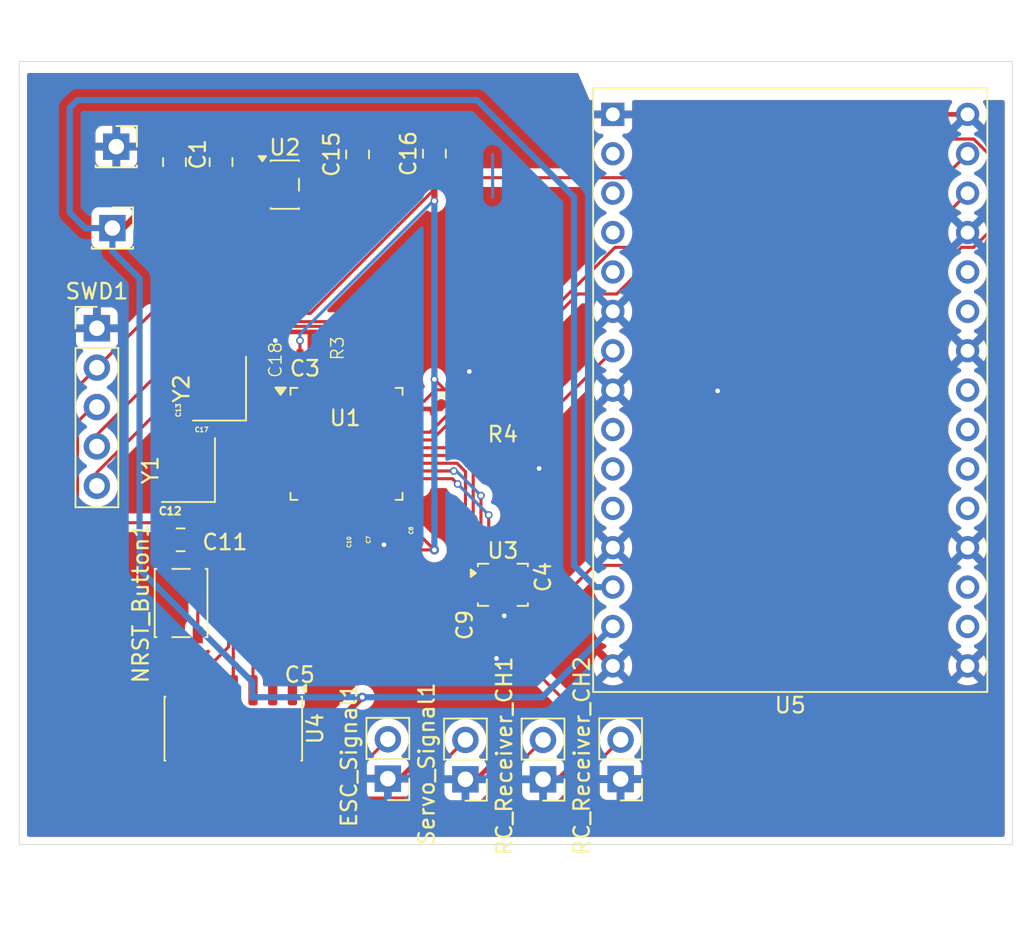
<source format=kicad_pcb>
(kicad_pcb (version 20241229) (generator "pcbnew") (generator_version "9.0")
  (layers (0 "F.Cu" signal) (2 "B.Cu" signal) (13 "F.Paste" user) (15 "B.Paste" user) (5 "F.SilkS" user "F.Silkscreen") (7 "B.SilkS" user "B.Silkscreen") (1 "F.Mask" user) (3 "B.Mask" user) (25 "Edge.Cuts" user))
  (net 0 "")
  (net 1 "GND")
  (net 5 "/5V")
  (net 6 "/3V3")
  (net 7 "/UART_TX_STM")
  (net 12 "Net-(ESC_Signal1-Pin_2)")
  (net 15 "/NRST")
  (net 16 "/SWDIO")
  (net 17 "/SWCLK")
  (net 18 "/BOOT0")
  (net 19 "Net-(U5-RST)")
  (net 20 "/ESP_RST")
  (net 21 "Net-(RC_Receiver_CH1-Pin_2)")
  (net 22 "Net-(RC_Receiver_CH2-Pin_2)")
  (net 23 "Net-(Servo_Signal1-Pin_2)")
  (net 24 "/SPI2_MISO")
  (net 25 "/OSC32_IN")
  (net 26 "/OSC32_OUT")
  (net 27 "/THROTTLE_IN_PWM")
  (net 28 "/STEERING_IN_PWM")
  (net 29 "/SPI2_LSM_CS")
  (net 30 "/OSC_IN")
  (net 32 "/SPI2_SCK")
  (net 35 "/UART_RX_STM")
  (net 36 "/SPI2_MOSI")
  (net 37 "/STEERING_OUT")
  (net 38 "/THROTTLE_OUT")
  (net 39 "/OSC_OUT")
  (footprint "Capacitor_SMD:C_01005_0402Metric" (layer "F.Cu") (at 126.225 68.25 180)
    (property "Reference" "C17")
    (property "Value" "10pF")
  )
  (footprint "Resistor_SMD:R_0201_0603Metric" (layer "F.Cu") (at 144.405 67.5 180)
    (property "Reference" "R4")
    (property "Value" "0")
  )
  (footprint "Capacitor_SMD:C_0805_2012Metric" (layer "F.Cu") (at 123.25 51 90)
    (property "Reference" "C1")
    (property "Value" "1uF")
  )
  (footprint "Button_Switch_SMD:SW_SPST_PTS810" (layer "F.Cu") (at 123.675 79.425 90)
    (property "Reference" "NRST_Button1")
    (property "Value" "NRST")
  )
  (footprint "Capacitor_SMD:C_0201_0603Metric" (layer "F.Cu") (at 131.655 63.25 180)
    (property "Reference" "C3")
    (property "Value" "100nF")
  )
  (footprint "Connector_PinHeader_2.54mm:PinHeader_1x02_P2.54mm_Vertical" (layer "F.Cu") (at 152 90.775 180)
    (property "Reference" "RC_Receiver_CH2")
    (property "Value" "Conn_01x02_Pin" (hide yes))
  )
  (footprint "Capacitor_SMD:C_0805_2012Metric" (layer "F.Cu") (at 135.05 50.5 90)
    (property "Reference" "C15")
    (property "Value" "100nF")
  )
  (footprint "Package_QFP:LQFP-48_7x7mm_P0.5mm" (layer "F.Cu") (at 134.3375 69.1625)
    (property "Reference" "U1")
    (property "Value" "STM32G431CBTxZ")
  )
  (footprint "Capacitor_SMD:C_0201_0603Metric" (layer "F.Cu") (at 147 79.345 90)
    (property "Reference" "C4")
    (property "Value" "100nF")
  )
  (footprint "Package_LGA:LGA-14_3x2.5mm_P0.5mm_LayoutBorder3x4y" (layer "F.Cu") (at 144.4125 78.25)
    (property "Reference" "U3")
    (property "Value" "LSM6DSM")
  )
  (footprint "Capacitor_SMD:C_01005_0402Metric" (layer "F.Cu") (at 124.475 73.5 180)
    (property "Reference" "C12")
    (property "Value" "10pF")
  )
  (footprint "Capacitor_SMD:C_0201_0603Metric" (layer "F.Cu") (at 135.75 75.345 90)
    (property "Reference" "C7")
    (property "Value" "100nF")
  )
  (footprint "Capacitor_SMD:C_0201_0603Metric" (layer "F.Cu") (at 131.32 83 180)
    (property "Reference" "C5")
    (property "Value" "100nF")
  )
  (footprint "RF_Module:ESP32-C3-DevKitM-1" (layer "F.Cu") (at 151.5 47.92)
    (property "Reference" "U5")
    (property "Value" "ESP32-C3-DevKitM-1")
  )
  (footprint "Capacitor_SMD:C_0805_2012Metric" (layer "F.Cu") (at 123.65 75.35 180)
    (property "Reference" "C11")
    (property "Value" "0.1uF")
  )
  (footprint "Package_TO_SOT_SMD:SOT-23-5" (layer "F.Cu") (at 130.3625 52.45)
    (property "Reference" "U2")
    (property "Value" "LP5907MFX-3.3")
  )
  (footprint "Resistor_SMD:R_0201_0603Metric" (layer "F.Cu") (at 133 62.905 90)
    (property "Reference" "R3")
    (property "Value" "0")
  )
  (footprint "Capacitor_SMD:C_01005_0402Metric" (layer "F.Cu") (at 123.5 67.975 90)
    (property "Reference" "C13")
    (property "Value" "10pF")
  )
  (footprint "Capacitor_SMD:C_0201_0603Metric" (layer "F.Cu") (at 134.75 75.5 90)
    (property "Reference" "C10")
    (property "Value" "100nF")
  )
  (footprint "Capacitor_SMD:C_01005_0402Metric" (layer "F.Cu") (at 129.25 64 90)
    (property "Reference" "C18")
    (property "Value" "10pF")
  )
  (footprint "Capacitor_SMD:C_0805_2012Metric" (layer "F.Cu") (at 126.25 51 -90)
    (property "Reference" "C14" (hide yes))
    (property "Value" "100nF")
  )
  (footprint "Connector_PinSocket_2.54mm:PinSocket_1x01_P2.54mm_Vertical" (layer "F.Cu") (at 119.5 50)
    (property "Reference" "PWR_GND1" (hide yes))
    (property "Value" "GND")
  )
  (footprint "Capacitor_SMD:C_0201_0603Metric" (layer "F.Cu") (at 141 66 90)
    (property "Reference" "C2")
    (property "Value" "100nF")
  )
  (footprint "Connector_PinHeader_2.54mm:PinHeader_1x02_P2.54mm_Vertical" (layer "F.Cu") (at 137 90.75 180)
    (property "Reference" "ESC_Signal1")
    (property "Value" "Conn_01x02_Pin" (hide yes))
  )
  (footprint "Capacitor_SMD:C_0201_0603Metric" (layer "F.Cu") (at 143 80.845 90)
    (property "Reference" "C9")
    (property "Value" "100nF")
  )
  (footprint "Connector_PinSocket_2.54mm:PinSocket_1x01_P2.54mm_Vertical" (layer "F.Cu") (at 119.25 55.25)
    (property "Reference" "PWR_IN_5V1" (hide yes))
    (property "Value" "5V")
  )
  (footprint "Package_SO:SOIC-14_3.9x8.7mm_P1.27mm" (layer "F.Cu") (at 127.04 87.525 -90)
    (property "Reference" "U4")
    (property "Value" "TXS0104ED")
  )
  (footprint "Connector_PinHeader_2.54mm:PinHeader_1x02_P2.54mm_Vertical" (layer "F.Cu") (at 142 90.79 180)
    (property "Reference" "Servo_Signal1")
    (property "Value" "Conn_01x02_Pin" (hide yes))
  )
  (footprint "Connector_PinHeader_2.54mm:PinHeader_1x02_P2.54mm_Vertical" (layer "F.Cu") (at 147 90.79 180)
    (property "Reference" "RC_Receiver_CH1")
    (property "Value" "Conn_01x02_Pin" (hide yes))
  )
  (footprint "Capacitor_SMD:C_0805_2012Metric" (layer "F.Cu") (at 140 50.45 90)
    (property "Reference" "C16")
    (property "Value" "5nF")
  )
  (footprint "Capacitor_SMD:C_0201_0603Metric" (layer "F.Cu") (at 138 75 90)
    (property "Reference" "C8")
    (property "Value" "100nF")
  )
  (footprint "Crystal:Crystal_SMD_3225-4Pin_3.2x2.5mm" (layer "F.Cu") (at 124.15 70.85 90)
    (property "Reference" "Y1")
    (property "Value" "16MHz")
  )
  (footprint "Connector_PinHeader_2.54mm:PinHeader_1x05_P2.54mm_Vertical" (layer "F.Cu") (at 118.25 61.71)
    (property "Reference" "SWD1")
    (property "Value" "Conn_01x05_Pin")
  )
  (footprint "Crystal:Crystal_SMD_3225-4Pin_3.2x2.5mm" (layer "F.Cu") (at 126.15 65.6 90)
    (property "Reference" "Y2")
    (property "Value" "32.768 kHz")
  )
  (gr_rect (start 113.25 44.5) (end 177.25 95) (stroke (width 0.05)) (fill no) (layer "Edge.Cuts"))
  (segment (start 143.75 50.5) (end 143.75 53.25) (width 0.2) (layer "B.Cu") (net 0))
  (segment (start 146.335 79.665) (end 147 79.665) (width 0.3) (layer "F.Cu") (net 1))
  (segment (start 123.5 66.75) (end 124 66.75) (width 0.3) (layer "F.Cu") (net 1))
  (segment (start 132.0875 65) (end 132.0875 63.3625) (width 0.3) (layer "F.Cu") (net 1))
  (segment (start 136.5875 73.325) (end 136.5875 75.5025) (width 0.3) (layer "F.Cu") (net 1))
  (segment (start 129.25 63) (end 129.25 63.75) (width 0.3) (layer "F.Cu") (net 1))
  (segment (start 174.36 47.92) (end 172.83 47.92) (width 0.3) (layer "F.Cu") (net 1))
  (segment (start 141.199999 66.32) (end 142.25 65.269999) (width 0.3) (layer "F.Cu") (net 1))
  (segment (start 135 49.5) (end 135.05 49.55) (width 0.5) (layer "F.Cu") (net 1))
  (segment (start 136.75 75.665) (end 137.655 75.665) (width 0.3) (layer "F.Cu") (net 1))
  (segment (start 135.1 49.5) (end 135.05 49.55) (width 0.5) (layer "F.Cu") (net 1))
  (segment (start 153.17 47.92) (end 153.25 48) (width 0.3) (layer "F.Cu") (net 1))
  (segment (start 129.75 62.5) (end 129.25 63) (width 0.3) (layer "F.Cu") (net 1))
  (segment (start 132.0875 63.3625) (end 131.975 63.25) (width 0.3) (layer "F.Cu") (net 1))
  (segment (start 144.4125 79.1625) (end 144.9125 79.1625) (width 0.3) (layer "F.Cu") (net 1))
  (segment (start 125.025 68.25) (end 124.5 67.725) (width 0.3) (layer "F.Cu") (net 1))
  (segment (start 134.5875 74.1625) (end 133.75 75) (width 0.3) (layer "F.Cu") (net 1))
  (segment (start 137 90.75) (end 137.75 90.75) (width 0.3) (layer "F.Cu") (net 1))
  (segment (start 131.975 61.974) (end 132 61.949) (width 0.3) (layer "F.Cu") (net 1))
  (segment (start 144.9125 79.1625) (end 145.75 80) (width 0.3) (layer "F.Cu") (net 1))
  (segment (start 135.595 75.82) (end 135.75 75.665) (width 0.3) (layer "F.Cu") (net 1))
  (segment (start 124.5 67.725) (end 123.5 67.725) (width 0.3) (layer "F.Cu") (net 1))
  (segment (start 135.75 75.665) (end 136.75 75.665) (width 0.3) (layer "F.Cu") (net 1))
  (segment (start 137.655 75.665) (end 138 75.32) (width 0.3) (layer "F.Cu") (net 1))
  (segment (start 147.96 90.79) (end 149.25 89.5) (width 0.3) (layer "F.Cu") (net 1))
  (segment (start 134.75 75.82) (end 135.595 75.82) (width 0.3) (layer "F.Cu") (net 1))
  (segment (start 122 68.75) (end 122 72.75) (width 0.3) (layer "F.Cu") (net 1))
  (segment (start 149.83 47.92) (end 149.75 48) (width 0.3) (layer "F.Cu") (net 1))
  (segment (start 122.75 73.5) (end 124.225 73.5) (width 0.3) (layer "F.Cu") (net 1))
  (segment (start 172.83 47.92) (end 172.5 48.25) (width 0.3) (layer "F.Cu") (net 1))
  (segment (start 134.5875 73.325) (end 134.5875 74.1625) (width 0.3) (layer "F.Cu") (net 1))
  (segment (start 145.75 80) (end 146 80) (width 0.3) (layer "F.Cu") (net 1))
  (segment (start 133 62.585) (end 132.364 61.949) (width 0.3) (layer "F.Cu") (net 1))
  (segment (start 122.6 77.35) (end 122.6 75.45) (width 0.3) (layer "F.Cu") (net 1))
  (segment (start 130.301 61.949) (end 129.75 62.5) (width 0.3) (layer "F.Cu") (net 1))
  (segment (start 142.71 90.79) (end 144.5 89) (width 0.3) (layer "F.Cu") (net 1))
  (segment (start 122.6 75.45) (end 122.7 75.35) (width 0.3) (layer "F.Cu") (net 1))
  (segment (start 123.5 66.75) (end 123.5 64.25) (width 0.3) (layer "F.Cu") (net 1))
  (segment (start 138.5 66.9125) (end 140.4075 66.9125) (width 0.3) (layer "F.Cu") (net 1))
  (segment (start 132.364 61.949) (end 132 61.949) (width 0.3) (layer "F.Cu") (net 1))
  (segment (start 122 68.75) (end 123.025 67.725) (width 0.3) (layer "F.Cu") (net 1))
  (segment (start 146 80) (end 146.335 79.665) (width 0.3) (layer "F.Cu") (net 1))
  (segment (start 125.975 68.25) (end 125.025 68.25) (width 0.3) (layer "F.Cu") (net 1))
  (segment (start 132 61.949) (end 130.301 61.949) (width 0.3) (layer "F.Cu") (net 1))
  (segment (start 122 72.75) (end 122.75 73.5) (width 0.3) (layer "F.Cu") (net 1))
  (segment (start 122.6 77.35) (end 122.6 81.5) (width 0.3) (layer "F.Cu") (net 1))
  (segment (start 122 68.75) (end 121.75 68.75) (width 0.3) (layer "F.Cu") (net 1))
  (segment (start 137.75 90.75) (end 139.25 89.25) (width 0.3) (layer "F.Cu") (net 1))
  (segment (start 147 90.79) (end 147.96 90.79) (width 0.3) (layer "F.Cu") (net 1))
  (segment (start 121.75 68.75) (end 121.5 69) (width 0.3) (layer "F.Cu") (net 1))
  (segment (start 140.4075 66.9125) (end 141 66.32) (width 0.3) (layer "F.Cu") (net 1))
  (segment (start 144.4125 80.1625) (end 144.5 80.25) (width 0.3) (layer "F.Cu") (net 1))
  (segment (start 123.025 67.725) (end 123.5 67.725) (width 0.3) (layer "F.Cu") (net 1))
  (segment (start 143.25 78) (end 142.25 78) (width 0.3) (layer "F.Cu") (net 1))
  (segment (start 141 66.32) (end 141.199999 66.32) (width 0.3) (layer "F.Cu") (net 1))
  (segment (start 151.5 47.92) (end 149.83 47.92) (width 0.3) (layer "F.Cu") (net 1))
  (segment (start 142 90.79) (end 142.71 90.79) (width 0.3) (layer "F.Cu") (net 1))
  (segment (start 144.4125 79.1625) (end 144.4125 80.1625) (width 0.3) (layer "F.Cu") (net 1))
  (segment (start 136.5875 75.5025) (end 136.75 75.665) (width 0.3) (layer "F.Cu") (net 1))
  (segment (start 123.5 64.25) (end 124.75 63) (width 0.3) (layer "F.Cu") (net 1))
  (segment (start 124.75 63) (end 129.25 63) (width 0.3) (layer "F.Cu") (net 1))
  (segment (start 142.25 65.269999) (end 142.25 64.5) (width 0.3) (layer "F.Cu") (net 1))
  (segment (start 131.975 63.25) (end 131.975 61.974) (width 0.3) (layer "F.Cu") (net 1))
  (segment (start 143.25 78.5) (end 142.25 78.5) (width 0.3) (layer "F.Cu") (net 1))
  (segment (start 123.5 67.725) (end 123.5 66.75) (width 0.3) (layer "F.Cu") (net 1))
  (segment (start 151.5 47.92) (end 153.17 47.92) (width 0.3) (layer "F.Cu") (net 1))
  (via (at 158.25 65.75) (size 0.6) (drill 0.3) (layers "F.Cu" "B.Cu") (net 1))
  (via (at 136.75 75.665) (size 0.7) (drill 0.3) (layers "F.Cu" "B.Cu") (net 1))
  (via (at 144 83) (size 0.6) (drill 0.3) (layers "F.Cu" "B.Cu") (net 1))
  (via (at 146.75 70.75) (size 0.6) (drill 0.3) (layers "F.Cu" "B.Cu") (net 1))
  (via (at 144.5 80.25) (size 0.6) (drill 0.3) (layers "F.Cu" "B.Cu") (net 1))
  (via (at 142.25 64.5) (size 0.6) (drill 0.3) (layers "F.Cu" "B.Cu") (net 1))
  (via (at 129.75 62.5) (size 0.6) (drill 0.3) (layers "F.Cu" "B.Cu") (net 1))
  (segment (start 145.7075 80.2075) (end 146 80.5) (width 0.3) (layer "B.Cu") (net 1))
  (segment (start 146 80.5) (end 146.75 80.5) (width 0.3) (layer "B.Cu") (net 1))
  (segment (start 137 90.75) (end 137.25 90.75) (width 0.3) (layer "B.Cu") (net 1))
  (segment (start 137.25 90.75) (end 137.275 90.775) (width 0.3) (layer "B.Cu") (net 1))
  (segment (start 119.25 55.25) (end 119.95 55.25) (width 0.4) (layer "F.Cu") (net 5))
  (segment (start 123.25 51.95) (end 126.25 51.95) (width 0.4) (layer "F.Cu") (net 5))
  (segment (start 127.7 53.4) (end 129.225 53.4) (width 0.4) (layer "F.Cu") (net 5))
  (segment (start 126.7 51.5) (end 129.225 51.5) (width 0.4) (layer "F.Cu") (net 5))
  (segment (start 129.125 51.4) (end 129.225 51.5) (width 0.4) (layer "F.Cu") (net 5))
  (segment (start 119.95 55.25) (end 123.25 51.95) (width 0.4) (layer "F.Cu") (net 5))
  (segment (start 126.25 51.95) (end 126.7 51.5) (width 0.4) (layer "F.Cu") (net 5))
  (segment (start 126.25 51.95) (end 127.7 53.4) (width 0.4) (layer "F.Cu") (net 5))
  (segment (start 135.35 85.5) (end 130.85 90) (width 0.4) (layer "F.Cu") (net 5))
  (via (at 135.35 85.5) (size 0.6) (drill 0.3) (layers "F.Cu" "B.Cu") (net 5))
  (segment (start 117.5 55.25) (end 116.5 54.25) (width 0.4) (layer "B.Cu") (net 5))
  (segment (start 121 58.5) (end 121 77.25) (width 0.4) (layer "B.Cu") (net 5))
  (segment (start 149 77) (end 150.4 78.4) (width 0.4) (layer "B.Cu") (net 5))
  (segment (start 128.25 84.5) (end 128.25 85.5) (width 0.4) (layer "B.Cu") (net 5))
  (segment (start 135.35 85.5) (end 146.94 85.5) (width 0.4) (layer "B.Cu") (net 5))
  (segment (start 146.94 85.5) (end 151.5 80.94) (width 0.4) (layer "B.Cu") (net 5))
  (segment (start 119.25 55.25) (end 119.25 56.75) (width 0.4) (layer "B.Cu") (net 5))
  (segment (start 149 53.25) (end 149 77) (width 0.4) (layer "B.Cu") (net 5))
  (segment (start 116.5 47.5) (end 117 47) (width 0.4) (layer "B.Cu") (net 5))
  (segment (start 117.5 55.25) (end 119.25 55.25) (width 0.4) (layer "B.Cu") (net 5))
  (segment (start 142.75 47) (end 143 47.25) (width 0.4) (layer "B.Cu") (net 5))
  (segment (start 128.25 85.5) (end 135.35 85.5) (width 0.4) (layer "B.Cu") (net 5))
  (segment (start 116.5 54.25) (end 116.5 47.5) (width 0.4) (layer "B.Cu") (net 5))
  (segment (start 143 47.25) (end 149 53.25) (width 0.4) (layer "B.Cu") (net 5))
  (segment (start 121 77.25) (end 128.25 84.5) (width 0.4) (layer "B.Cu") (net 5))
  (segment (start 119.25 56.75) (end 121 58.5) (width 0.4) (layer "B.Cu") (net 5))
  (segment (start 117 47) (end 142.75 47) (width 0.4) (layer "B.Cu") (net 5))
  (segment (start 150.4 78.4) (end 151.5 78.4) (width 0.4) (layer "B.Cu") (net 5))
  (segment (start 138 74.68) (end 138.68 74.68) (width 0.2) (layer "F.Cu") (net 6))
  (segment (start 134.240775 79.740775) (end 137.98155 76) (width 0.2) (layer "F.Cu") (net 6))
  (segment (start 140 51.4) (end 140 52.5) (width 0.4) (layer "F.Cu") (net 6))
  (segment (start 132 60.75) (end 140 52.75) (width 0.2) (layer "F.Cu") (net 6))
  (segment (start 131.55 51.45) (end 131.5 51.5) (width 0.2) (layer "F.Cu") (net 6))
  (segment (start 173.966082 56.491) (end 174.753918 56.491) (width 0.2) (layer "F.Cu") (net 6))
  (segment (start 138.5 66.4125) (end 139.3375 66.4125) (width 0.2) (layer "F.Cu") (net 6))
  (segment (start 174.753918 49.509) (end 172.491 49.509) (width 0.2) (layer "F.Cu") (net 6))
  (segment (start 148.275 79.025) (end 150.3 77) (width 0.2) (layer "F.Cu") (net 6))
  (segment (start 130.85 83.15) (end 131 83) (width 0.2) (layer "F.Cu") (net 6))
  (segment (start 138 74.68) (end 137.43 74.68) (width 0.2) (layer "F.Cu") (net 6))
  (segment (start 134.905 75.025) (end 134.75 75.18) (width 0.2) (layer "F.Cu") (net 6))
  (segment (start 133.75 76) (end 134.240775 76.490775) (width 0.2) (layer "F.Cu") (net 6))
  (segment (start 134.240775 76.490775) (end 134.240775 79.740775) (width 0.2) (layer "F.Cu") (net 6))
  (segment (start 141 65.68) (end 140.68 65.68) (width 0.2) (layer "F.Cu") (net 6))
  (segment (start 143 80.075) (end 143 80.525) (width 0.2) (layer "F.Cu") (net 6))
  (segment (start 130.85 85.05) (end 130.85 83.15) (width 0.2) (layer "F.Cu") (net 6))
  (segment (start 143.199999 80.525) (end 143 80.525) (width 0.2) (layer "F.Cu") (net 6))
  (segment (start 135.05 51.45) (end 131.55 51.45) (width 0.4) (layer "F.Cu") (net 6))
  (segment (start 150.3 77) (end 153.457082 77) (width 0.2) (layer "F.Cu") (net 6))
  (segment (start 154.75 87.25) (end 153.25 85.75) (width 0.2) (layer "F.Cu") (net 6))
  (segment (start 143 80.525) (end 142.775 80.525) (width 0.2) (layer "F.Cu") (net 6))
  (segment (start 137.0875 74.3375) (end 137.0875 73.325) (width 0.2) (layer "F.Cu") (net 6))
  (segment (start 153.25 85.75) (end 148.424999 85.75) (width 0.2) (layer "F.Cu") (net 6))
  (segment (start 131 83) (end 131 82.98155) (width 0.2) (layer "F.Cu") (net 6))
  (segment (start 118.25 64.25) (end 121.75 60.75) (width 0.2) (layer "F.Cu") (net 6))
  (segment (start 135.75 75.025) (end 134.905 75.025) (width 0.2) (layer "F.Cu") (net 6))
  (segment (start 131.335 63) (end 131.335 62.5) (width 0.2) (layer "F.Cu") (net 6))
  (segment (start 135.1 51.4) (end 135.05 51.45) (width 0.2) (layer "F.Cu") (net 6))
  (segment (start 175.75 50.505082) (end 174.753918 49.509) (width 0.2) (layer "F.Cu") (net 6))
  (segment (start 140 52.5) (end 140 52.75) (width 0.4) (layer "F.Cu") (net 6))
  (segment (start 116.699 87.949) (end 121.852 93.102) (width 0.2) (layer "F.Cu") (net 6))
  (segment (start 140.07 65.68) (end 141 65.68) (width 0.2) (layer "F.Cu") (net 6))
  (segment (start 140 52.75) (end 140 53.5) (width 0.4) (layer "F.Cu") (net 6))
  (segment (start 172.491 49.509) (end 170 52) (width 0.2) (layer "F.Cu") (net 6))
  (segment (start 140 51.4) (end 135.1 51.4) (width 0.4) (layer "F.Cu") (net 6))
  (segment (start 135.5875 74.8625) (end 135.75 75.025) (width 0.2) (layer "F.Cu") (net 6))
  (segment (start 134.57 75.18) (end 133.75 76) (width 0.2) (layer "F.Cu") (net 6))
  (segment (start 148.424999 85.75) (end 143.199999 80.525) (width 0.2) (layer "F.Cu") (net 6))
  (segment (start 131.5875 63.5875) (end 131.335 63.335) (width 0.2) (layer "F.Cu") (net 6))
  (segment (start 121.852 93.102) (end 153.648 93.102) (width 0.2) (layer "F.Cu") (net 6))
  (segment (start 175.75 55.494918) (end 175.75 50.505082) (width 0.2) (layer "F.Cu") (net 6))
  (segment (start 140.6 52) (end 140 51.4) (width 0.2) (layer "F.Cu") (net 6))
  (segment (start 153.457082 77) (end 173.966082 56.491) (width 0.2) (layer "F.Cu") (net 6))
  (segment (start 134.75 75.18) (end 134.57 75.18) (width 0.2) (layer "F.Cu") (net 6))
  (segment (start 174.753918 56.491) (end 175.75 55.494918) (width 0.2) (layer "F.Cu") (net 6))
  (segment (start 118.25 64.25) (end 116.699 65.801) (width 0.2) (layer "F.Cu") (net 6))
  (segment (start 137.43 74.68) (end 137.0875 74.3375) (width 0.2) (layer "F.Cu") (net 6))
  (segment (start 135.5875 73.325) (end 135.5875 74.8625) (width 0.2) (layer "F.Cu") (net 6))
  (segment (start 137.98155 76) (end 140 76) (width 0.2) (layer "F.Cu") (net 6))
  (segment (start 143.9125 79.1625) (end 143 80.075) (width 0.2) (layer "F.Cu") (net 6))
  (segment (start 116.699 65.801) (end 116.699 87.949) (width 0.2) (layer "F.Cu") (net 6))
  (segment (start 170 52) (end 140.6 52) (width 0.2) (layer "F.Cu") (net 6))
  (segment (start 147 79.025) (end 148.275 79.025) (width 0.2) (layer "F.Cu") (net 6))
  (segment (start 131.5875 65) (end 131.5875 63.5875) (width 0.2) (layer "F.Cu") (net 6))
  (segment (start 145.575 79) (end 146.975 79) (width 0.2) (layer "F.Cu") (net 6))
  (segment (start 140.68 65.68) (end 140 65) (width 0.2) (layer "F.Cu") (net 6))
  (segment (start 146.975 79) (end 147 79.025) (width 0.2) (layer "F.Cu") (net 6))
  (segment (start 138.68 74.68) (end 140 76) (width 0.2) (layer "F.Cu") (net 6))
  (segment (start 154.75 92) (end 154.75 87.25) (width 0.2) (layer "F.Cu") (net 6))
  (segment (start 131.335 63.335) (end 131.335 63) (width 0.2) (layer "F.Cu") (net 6))
  (segment (start 153.648 93.102) (end 154.75 92) (width 0.2) (layer "F.Cu") (net 6))
  (segment (start 135.0875 73.325) (end 135.0875 74.8425) (width 0.2) (layer "F.Cu") (net 6))
  (segment (start 135 51.5) (end 135.05 51.45) (width 0.2) (layer "F.Cu") (net 6))
  (segment (start 121.75 60.75) (end 132 60.75) (width 0.2) (layer "F.Cu") (net 6))
  (segment (start 135.0875 74.8425) (end 134.75 75.18) (width 0.2) (layer "F.Cu") (net 6))
  (segment (start 139.3375 66.4125) (end 140.07 65.68) (width 0.2) (layer "F.Cu") (net 6))
  (segment (start 131 82.98155) (end 134.240775 79.740775) (width 0.2) (layer "F.Cu") (net 6))
  (via (at 140 65) (size 0.5) (drill 0.3) (layers "F.Cu" "B.Cu") (net 6))
  (via (at 131.335 62.5) (size 0.5) (drill 0.3) (layers "F.Cu" "B.Cu") (net 6))
  (via (at 140 76) (size 0.6) (drill 0.3) (layers "F.Cu" "B.Cu") (net 6))
  (via (at 140 53.5) (size 0.5) (drill 0.3) (layers "F.Cu" "B.Cu") (net 6))
  (segment (start 131.335 62.085) (end 139.92 53.5) (width 0.2) (layer "B.Cu") (net 6))
  (segment (start 140 53.5) (end 140 65) (width 0.4) (layer "B.Cu") (net 6))
  (segment (start 131.335 62.5) (end 131.335 62.085) (width 0.2) (layer "B.Cu") (net 6))
  (segment (start 140 65) (end 140 76) (width 0.4) (layer "B.Cu") (net 6))
  (segment (start 139.92 53.5) (end 140 53.5) (width 0.2) (layer "B.Cu") (net 6))
  (segment (start 151.75 59.5) (end 154.25 57) (width 0.2) (layer "F.Cu") (net 7))
  (segment (start 149.25 59.5) (end 151.75 59.5) (width 0.2) (layer "F.Cu") (net 7))
  (segment (start 170.36 57) (end 174.36 53) (width 0.2) (layer "F.Cu") (net 7))
  (segment (start 154.25 57) (end 170.36 57) (width 0.2) (layer "F.Cu") (net 7))
  (segment (start 139.8375 68.9125) (end 149.25 59.5) (width 0.2) (layer "F.Cu") (net 7))
  (segment (start 138.5 68.9125) (end 139.8375 68.9125) (width 0.2) (layer "F.Cu") (net 7))
  (segment (start 133.71 91.5) (end 137 88.21) (width 0.2) (layer "F.Cu") (net 12))
  (segment (start 130.105001 91.5) (end 133.71 91.5) (width 0.2) (layer "F.Cu") (net 12))
  (segment (start 129.58 90) (end 129.58 90.974999) (width 0.2) (layer "F.Cu") (net 12))
  (segment (start 129.58 90.974999) (end 130.105001 91.5) (width 0.2) (layer "F.Cu") (net 12))
  (segment (start 130.175 69.4125) (end 128.0875 69.4125) (width 0.2) (layer "F.Cu") (net 15))
  (segment (start 117 67.75) (end 117 73.25) (width 0.2) (layer "F.Cu") (net 15))
  (segment (start 126.25 75) (end 125.9 75.35) (width 0.2) (layer "F.Cu") (net 15))
  (segment (start 126.25 71.25) (end 126.25 75) (width 0.2) (layer "F.Cu") (net 15))
  (segment (start 117 73.25) (end 118 74.25) (width 0.2) (layer "F.Cu") (net 15))
  (segment (start 117.96 66.79) (end 117 67.75) (width 0.2) (layer "F.Cu") (net 15))
  (segment (start 125.15 77.35) (end 124.75 77.35) (width 0.2) (layer "F.Cu") (net 15))
  (segment (start 126.25 75) (end 126.25 76.25) (width 0.2) (layer "F.Cu") (net 15))
  (segment (start 118.25 66.79) (end 117.96 66.79) (width 0.2) (layer "F.Cu") (net 15))
  (segment (start 124.75 77.35) (end 124.75 81.5) (width 0.2) (layer "F.Cu") (net 15))
  (segment (start 126.25 76.25) (end 125.15 77.35) (width 0.2) (layer "F.Cu") (net 15))
  (segment (start 125.9 75.35) (end 124.6 75.35) (width 0.2) (layer "F.Cu") (net 15))
  (segment (start 128.0875 69.4125) (end 126.25 71.25) (width 0.2) (layer "F.Cu") (net 15))
  (segment (start 123.5 74.25) (end 124.6 75.35) (width 0.2) (layer "F.Cu") (net 15))
  (segment (start 118 74.25) (end 123.5 74.25) (width 0.2) (layer "F.Cu") (net 15))
  (segment (start 125.544934 61.283) (end 134.107999 61.283) (width 0.2) (layer "F.Cu") (net 16))
  (segment (start 134.107999 61.283) (end 137.0875 64.262501) (width 0.2) (layer "F.Cu") (net 16))
  (segment (start 137.0875 64.262501) (end 137.0875 65) (width 0.2) (layer "F.Cu") (net 16))
  (segment (start 118.25 68.577934) (end 125.544934 61.283) (width 0.2) (layer "F.Cu") (net 16))
  (segment (start 118.25 69.33) (end 118.25 68.577934) (width 0.2) (layer "F.Cu") (net 16))
  (segment (start 136.5875 65) (end 136.5875 64.262501) (width 0.2) (layer "F.Cu") (net 17))
  (segment (start 123.149 64.104612) (end 123.149 66.104611) (width 0.2) (layer "F.Cu") (net 17))
  (segment (start 125.669612 61.584) (end 123.149 64.104612) (width 0.2) (layer "F.Cu") (net 17))
  (segment (start 136.5875 64.262501) (end 133.908999 61.584) (width 0.2) (layer "F.Cu") (net 17))
  (segment (start 133.908999 61.584) (end 125.669612 61.584) (width 0.2) (layer "F.Cu") (net 17))
  (segment (start 123.149 66.104611) (end 118.25 71.003611) (width 0.2) (layer "F.Cu") (net 17))
  (segment (start 118.25 71.003611) (end 118.25 71.87) (width 0.2) (layer "F.Cu") (net 17))
  (segment (start 133.0875 63.3125) (end 133 63.225) (width 0.2) (layer "F.Cu") (net 18))
  (segment (start 133.0875 65) (end 133.0875 63.3125) (width 0.2) (layer "F.Cu") (net 18))
  (segment (start 144.725 67.5) (end 147.16 67.5) (width 0.2) (layer "F.Cu") (net 19))
  (segment (start 147.16 67.5) (end 151.5 63.16) (width 0.2) (layer "F.Cu") (net 19))
  (segment (start 142.1725 69.4125) (end 138.5 69.4125) (width 0.2) (layer "F.Cu") (net 20))
  (segment (start 144.085 67.5) (end 142.1725 69.4125) (width 0.2) (layer "F.Cu") (net 20))
  (segment (start 128.565001 92.5) (end 142.75 92.5) (width 0.2) (layer "F.Cu") (net 21))
  (segment (start 127.04 90) (end 127.04 90.974999) (width 0.2) (layer "F.Cu") (net 21))
  (segment (start 127.04 90.974999) (end 128.565001 92.5) (width 0.2) (layer "F.Cu") (net 21))
  (segment (start 142.75 92.5) (end 147 88.25) (width 0.2) (layer "F.Cu") (net 21))
  (segment (start 125.77 90.974999) (end 127.522501 92.727499) (width 0.2) (layer "F.Cu") (net 22))
  (segment (start 127.522501 92.727499) (end 127.596002 92.801) (width 0.2) (layer "F.Cu") (net 22))
  (segment (start 127.596002 92.801) (end 147.434 92.801) (width 0.2) (layer "F.Cu") (net 22))
  (segment (start 127.522501 92.727499) (end 127.596001 92.801) (width 0.2) (layer "F.Cu") (net 22))
  (segment (start 147.434 92.801) (end 152 88.235) (width 0.2) (layer "F.Cu") (net 22))
  (segment (start 125.77 90) (end 125.77 90.974999) (width 0.2) (layer "F.Cu") (net 22))
  (segment (start 138.25 92) (end 142 88.25) (width 0.2) (layer "F.Cu") (net 23))
  (segment (start 128.31 90.974999) (end 129.335001 92) (width 0.2) (layer "F.Cu") (net 23))
  (segment (start 128.31 90) (end 128.31 90.974999) (width 0.2) (layer "F.Cu") (net 23))
  (segment (start 129.335001 92) (end 138.25 92) (width 0.2) (layer "F.Cu") (net 23))
  (segment (start 141.458521 70.4125) (end 142 70.953979) (width 0.2) (layer "F.Cu") (net 24))
  (segment (start 142 70.953979) (end 142 76.25) (width 0.2) (layer "F.Cu") (net 24))
  (segment (start 138.5 70.4125) (end 141.458521 70.4125) (width 0.2) (layer "F.Cu") (net 24))
  (segment (start 142 76.25) (end 143.25 77.5) (width 0.2) (layer "F.Cu") (net 24))
  (segment (start 129.437501 67.4125) (end 130.175 67.4125) (width 0.2) (layer "F.Cu") (net 25))
  (segment (start 128.25 65.707598) (end 128.25 66.224999) (width 0.2) (layer "F.Cu") (net 25))
  (segment (start 128.75 64.5) (end 127 64.5) (width 0.2) (layer "F.Cu") (net 25))
  (segment (start 129.25 64.25) (end 129 64.25) (width 0.2) (layer "F.Cu") (net 25))
  (segment (start 127.042402 64.5) (end 128.25 65.707598) (width 0.2) (layer "F.Cu") (net 25))
  (segment (start 127 64.5) (end 127.042402 64.5) (width 0.2) (layer "F.Cu") (net 25))
  (segment (start 128.25 66.224999) (end 129.437501 67.4125) (width 0.2) (layer "F.Cu") (net 25))
  (segment (start 129 64.25) (end 128.75 64.5) (width 0.2) (layer "F.Cu") (net 25))
  (segment (start 126.475 67.225) (end 127 66.7) (width 0.2) (layer "F.Cu") (net 26))
  (segment (start 127 66.7) (end 128.2125 67.9125) (width 0.2) (layer "F.Cu") (net 26))
  (segment (start 126.475 68.25) (end 126.475 67.225) (width 0.2) (layer "F.Cu") (net 26))
  (segment (start 128.2125 67.9125) (end 130.175 67.9125) (width 0.2) (layer "F.Cu") (net 26))
  (segment (start 128.045098 70.4125) (end 127.04 71.417598) (width 0.2) (layer "F.Cu") (net 27))
  (segment (start 130.175 70.4125) (end 128.045098 70.4125) (width 0.2) (layer "F.Cu") (net 27))
  (segment (start 127.04 71.417598) (end 127.04 85.05) (width 0.2) (layer "F.Cu") (net 27))
  (segment (start 126.739 71.29292) (end 126.739 82.25) (width 0.2) (layer "F.Cu") (net 28))
  (segment (start 126.739 82.25) (end 125.77 83.219) (width 0.2) (layer "F.Cu") (net 28))
  (segment (start 128.11942 69.9125) (end 126.739 71.29292) (width 0.2) (layer "F.Cu") (net 28))
  (segment (start 130.175 69.9125) (end 128.11942 69.9125) (width 0.2) (layer "F.Cu") (net 28))
  (segment (start 125.77 83.219) (end 125.77 85.05) (width 0.2) (layer "F.Cu") (net 28))
  (segment (start 141.5 71.75) (end 141.1625 71.4125) (width 0.2) (layer "F.Cu") (net 29))
  (segment (start 141.1625 71.4125) (end 138.5 71.4125) (width 0.2) (layer "F.Cu") (net 29))
  (segment (start 144.9125 76.1625) (end 144.9125 77.3375) (width 0.2) (layer "F.Cu") (net 29))
  (segment (start 143.5 73.75) (end 143.5 74.75) (width 0.2) (layer "F.Cu") (net 29))
  (segment (start 143.5 74.75) (end 144.9125 76.1625) (width 0.2) (layer "F.Cu") (net 29))
  (via (at 143.5 73.75) (size 0.5) (drill 0.3) (layers "F.Cu" "B.Cu") (net 29))
  (via (at 141.5 71.75) (size 0.5) (drill 0.3) (layers "F.Cu" "B.Cu") (net 29))
  (segment (start 141.5 71.75) (end 143.5 73.75) (width 0.2) (layer "B.Cu") (net 29))
  (segment (start 123.5 68.225) (end 123.5 68.25) (width 0.2) (layer "F.Cu") (net 30))
  (segment (start 126.5 69.75) (end 127.8375 68.4125) (width 0.2) (layer "F.Cu") (net 30))
  (segment (start 123.5 68.25) (end 125 69.75) (width 0.2) (layer "F.Cu") (net 30))
  (segment (start 127.8375 68.4125) (end 130.175 68.4125) (width 0.2) (layer "F.Cu") (net 30))
  (segment (start 125 69.75) (end 126.5 69.75) (width 0.2) (layer "F.Cu") (net 30))
  (segment (start 138.5 70.9125) (end 141.25 70.9125) (width 0.2) (layer "F.Cu") (net 32))
  (segment (start 143 75) (end 144.4125 76.4125) (width 0.2) (layer "F.Cu") (net 32))
  (segment (start 143 72.5) (end 143 75) (width 0.2) (layer "F.Cu") (net 32))
  (segment (start 144.4125 76.4125) (end 144.4125 77.3375) (width 0.2) (layer "F.Cu") (net 32))
  (via (at 141.25 70.9125) (size 0.5) (drill 0.3) (layers "F.Cu" "B.Cu") (net 32))
  (via (at 143 72.5) (size 0.5) (drill 0.3) (layers "F.Cu" "B.Cu") (net 32))
  (segment (start 141.4125 70.9125) (end 141.25 70.9125) (width 0.2) (layer "B.Cu") (net 32))
  (segment (start 143 72.5) (end 141.4125 70.9125) (width 0.2) (layer "B.Cu") (net 32))
  (segment (start 138.5 68.4125) (end 139.72095 68.4125) (width 0.2) (layer "F.Cu") (net 35))
  (segment (start 151.64245 56.491) (end 168.329 56.491) (width 0.2) (layer "F.Cu") (net 35))
  (segment (start 139.72095 68.4125) (end 151.64245 56.491) (width 0.2) (layer "F.Cu") (net 35))
  (segment (start 168.329 56.491) (end 174.36 50.46) (width 0.2) (layer "F.Cu") (net 35))
  (segment (start 138.5 69.9125) (end 141.6625 69.9125) (width 0.2) (layer "F.Cu") (net 36))
  (segment (start 142.5 70.75) (end 142.5 75.3375) (width 0.2) (layer "F.Cu") (net 36))
  (segment (start 143.9125 77.3375) (end 143.9125 76.75) (width 0.2) (layer "F.Cu") (net 36))
  (segment (start 143.9125 77.3375) (end 143.75 77.175) (width 0.2) (layer "F.Cu") (net 36))
  (segment (start 141.6625 69.9125) (end 142.5 70.75) (width 0.2) (layer "F.Cu") (net 36))
  (segment (start 142.5 75.3375) (end 143.9125 76.75) (width 0.2) (layer "F.Cu") (net 36))
  (segment (start 128 71.25) (end 128 82.25) (width 0.2) (layer "F.Cu") (net 37))
  (segment (start 128 82.25) (end 128.31 82.56) (width 0.2) (layer "F.Cu") (net 37))
  (segment (start 128.3375 70.9125) (end 128 71.25) (width 0.2) (layer "F.Cu") (net 37))
  (segment (start 128.31 82.56) (end 128.31 85.05) (width 0.2) (layer "F.Cu") (net 37))
  (segment (start 130.175 70.9125) (end 128.3375 70.9125) (width 0.2) (layer "F.Cu") (net 37))
  (segment (start 129.58 82.08) (end 129.58 85.05) (width 0.2) (layer "F.Cu") (net 38))
  (segment (start 128.6625 71.4125) (end 128.5 71.575) (width 0.2) (layer "F.Cu") (net 38))
  (segment (start 130.175 71.4125) (end 128.6625 71.4125) (width 0.2) (layer "F.Cu") (net 38))
  (segment (start 128.5 81) (end 129.58 82.08) (width 0.2) (layer "F.Cu") (net 38))
  (segment (start 128.5 71.575) (end 128.5 81) (width 0.2) (layer "F.Cu") (net 38))
  (segment (start 124.725 73.5) (end 124.725 72.225) (width 0.2) (layer "F.Cu") (net 39))
  (segment (start 124.725 72.225) (end 125 71.95) (width 0.2) (layer "F.Cu") (net 39))
  (segment (start 128.0375 68.9125) (end 130.175 68.9125) (width 0.2) (layer "F.Cu") (net 39))
  (segment (start 125 71.95) (end 128.0375 68.9125) (width 0.2) (layer "F.Cu") (net 39))
  (zone (net 0) (net_name "") (layer "F.Cu") (priority 1) (connect_pads (clearance 0.5)) (min_thickness 0.25) (fill yes (thermal_gap 0.5) (thermal_bridge_width 0.5) (island_removal_mode 1) (island_area_min 10))
    (polygon (pts (xy 145.5 90.25) (xy 146.5 90.25) (xy 146.5 92.5) (xy 143.25 92.5)))
  )
  (zone (net 1) (net_name "GND") (layers "F.Cu" "B.Cu") (connect_pads thru_hole_only (clearance 0.5)) (min_thickness 0.25) (fill yes (thermal_gap 0.5) (thermal_bridge_width 0.5))
    (polygon (pts (xy 113.75 45.25) (xy 149.25 45.25) (xy 150 47) (xy 176.75 47) (xy 176.75 94.5) (xy 113.75 94.5)))
  )
)
</source>
